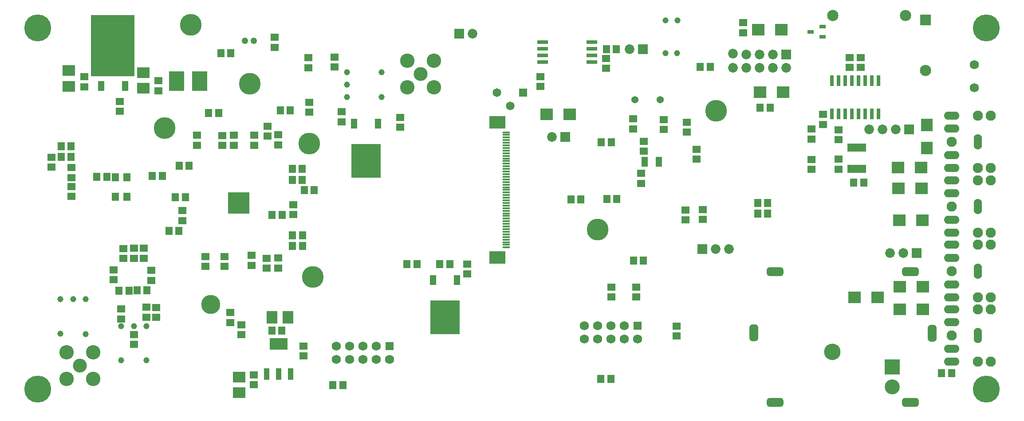
<source format=gbs>
G04*
G04 #@! TF.GenerationSoftware,Altium Limited,Altium Designer,21.5.1 (32)*
G04*
G04 Layer_Color=16711935*
%FSLAX25Y25*%
%MOIN*%
G70*
G04*
G04 #@! TF.SameCoordinates,54AFFEB1-3E94-4089-A03D-164D74B6EA14*
G04*
G04*
G04 #@! TF.FilePolarity,Negative*
G04*
G01*
G75*
%ADD19R,0.09252X0.08465*%
%ADD21R,0.05709X0.06496*%
%ADD24R,0.13976X0.06102*%
%ADD25R,0.06496X0.05709*%
%ADD27R,0.02953X0.08465*%
%ADD31R,0.08465X0.09252*%
%ADD48R,0.09252X0.09055*%
%ADD62R,0.13386X0.09055*%
%ADD63R,0.04331X0.09055*%
%ADD71C,0.07284*%
%ADD72R,0.07284X0.07284*%
G04:AMPARAMS|DCode=73|XSize=124.02mil|YSize=64.96mil|CornerRadius=17.72mil|HoleSize=0mil|Usage=FLASHONLY|Rotation=0.000|XOffset=0mil|YOffset=0mil|HoleType=Round|Shape=RoundedRectangle|*
%AMROUNDEDRECTD73*
21,1,0.12402,0.02953,0,0,0.0*
21,1,0.08858,0.06496,0,0,0.0*
1,1,0.03543,0.04429,-0.01476*
1,1,0.03543,-0.04429,-0.01476*
1,1,0.03543,-0.04429,0.01476*
1,1,0.03543,0.04429,0.01476*
%
%ADD73ROUNDEDRECTD73*%
G04:AMPARAMS|DCode=74|XSize=124.02mil|YSize=64.96mil|CornerRadius=17.72mil|HoleSize=0mil|Usage=FLASHONLY|Rotation=90.000|XOffset=0mil|YOffset=0mil|HoleType=Round|Shape=RoundedRectangle|*
%AMROUNDEDRECTD74*
21,1,0.12402,0.02953,0,0,90.0*
21,1,0.08858,0.06496,0,0,90.0*
1,1,0.03543,0.01476,0.04429*
1,1,0.03543,0.01476,-0.04429*
1,1,0.03543,-0.01476,-0.04429*
1,1,0.03543,-0.01476,0.04429*
%
%ADD74ROUNDEDRECTD74*%
%ADD75R,0.11221X0.11221*%
%ADD76C,0.04921*%
%ADD77C,0.06496*%
%ADD78R,0.06496X0.06496*%
%ADD79R,0.08465X0.08465*%
%ADD80C,0.08465*%
%ADD81C,0.11221*%
%ADD82R,0.16339X0.16339*%
%ADD83C,0.05391*%
%ADD84C,0.06890*%
%ADD85C,0.07677*%
%ADD86O,0.11614X0.06102*%
%ADD87O,0.06102X0.11614*%
%ADD88R,0.06496X0.06496*%
%ADD89C,0.10433*%
%ADD90C,0.10827*%
%ADD91C,0.04528*%
%ADD93C,0.12402*%
%ADD94C,0.16339*%
%ADD95C,0.14370*%
%ADD96C,0.20276*%
%ADD214R,0.11221X0.14764*%
%ADD215R,0.04921X0.07284*%
%ADD216R,0.12402X0.09252*%
%ADD217R,0.05709X0.01772*%
%ADD218R,0.04528X0.07480*%
%ADD219R,0.22441X0.25591*%
%ADD220R,0.04724X0.03150*%
%ADD221R,0.08465X0.02953*%
%ADD222R,0.05315X0.06496*%
%ADD223R,0.09055X0.09252*%
%ADD224R,0.32579X0.45866*%
D19*
X-645276Y-61024D02*
D03*
Y-49213D02*
D03*
X-701200Y-59455D02*
D03*
Y-47644D02*
D03*
X-573130Y-278150D02*
D03*
Y-289961D02*
D03*
D21*
X-176084Y-155118D02*
D03*
X-183564D02*
D03*
X-176084Y-147146D02*
D03*
X-183564D02*
D03*
X-45472Y-275394D02*
D03*
X-37992D02*
D03*
X-422440Y-193405D02*
D03*
X-414960D02*
D03*
X-596063Y-79528D02*
D03*
X-588583D02*
D03*
X-226772Y-44882D02*
D03*
X-219291D02*
D03*
X-541143Y-243307D02*
D03*
X-548623D02*
D03*
X-680117Y-127559D02*
D03*
X-672637D02*
D03*
X-706890Y-112599D02*
D03*
X-699409D02*
D03*
X-706889Y-104725D02*
D03*
X-699408D02*
D03*
X-174311Y-75591D02*
D03*
X-181791D02*
D03*
X-579527Y-34646D02*
D03*
X-587007D02*
D03*
X-542322Y-77559D02*
D03*
X-534841D02*
D03*
X-289467Y-144193D02*
D03*
X-296948D02*
D03*
X-656004Y-213091D02*
D03*
X-663484D02*
D03*
X-293701Y-101575D02*
D03*
X-301181D02*
D03*
X-269487Y-190453D02*
D03*
X-276967D02*
D03*
X-524311Y-137697D02*
D03*
X-516831D02*
D03*
X-540945Y-156102D02*
D03*
X-548425D02*
D03*
X-525885Y-129823D02*
D03*
X-533365D02*
D03*
X-495297Y-284327D02*
D03*
X-502777D02*
D03*
X-650001Y-212992D02*
D03*
X-642521D02*
D03*
X-625887Y-168110D02*
D03*
X-618407D02*
D03*
X-638387Y-126969D02*
D03*
X-630907D02*
D03*
X-104034Y-131791D02*
D03*
X-111515D02*
D03*
X-289784Y-31476D02*
D03*
X-297264D02*
D03*
X-316537Y-144488D02*
D03*
X-324018D02*
D03*
X-525885Y-121752D02*
D03*
X-533365D02*
D03*
X-525688Y-171555D02*
D03*
X-533168D02*
D03*
X-525688Y-179528D02*
D03*
X-533168D02*
D03*
X-618308Y-119390D02*
D03*
X-610828D02*
D03*
X-613681Y-142913D02*
D03*
X-621162D02*
D03*
X-447147Y-193405D02*
D03*
X-439667D02*
D03*
X-293898Y-279528D02*
D03*
X-301378D02*
D03*
D24*
X-109252Y-105512D02*
D03*
Y-121653D02*
D03*
D25*
X-269193Y-100789D02*
D03*
Y-108269D02*
D03*
X-652362Y-253641D02*
D03*
X-661811Y-226969D02*
D03*
Y-234449D02*
D03*
X-652362Y-246160D02*
D03*
X-643012Y-233168D02*
D03*
Y-225688D02*
D03*
X-635433Y-225886D02*
D03*
Y-233366D02*
D03*
X-633858Y-62794D02*
D03*
Y-55314D02*
D03*
X-543898Y-96064D02*
D03*
Y-103544D02*
D03*
X-452067Y-82874D02*
D03*
Y-90354D02*
D03*
X-143110Y-99114D02*
D03*
Y-91634D02*
D03*
X-143110Y-114470D02*
D03*
Y-121950D02*
D03*
X-579725Y-237205D02*
D03*
Y-229724D02*
D03*
X-571654Y-246259D02*
D03*
Y-238778D02*
D03*
X-562205Y-284054D02*
D03*
Y-276574D02*
D03*
X-699213Y-142322D02*
D03*
Y-134841D02*
D03*
Y-128150D02*
D03*
Y-120669D02*
D03*
X-714173Y-120274D02*
D03*
Y-112794D02*
D03*
X-194688Y-11617D02*
D03*
Y-19098D02*
D03*
X-501384Y-37607D02*
D03*
Y-45088D02*
D03*
X-521260Y-37993D02*
D03*
Y-45474D02*
D03*
X-520472Y-71458D02*
D03*
Y-78938D02*
D03*
X-546457Y-30117D02*
D03*
Y-22637D02*
D03*
X-689583Y-52362D02*
D03*
Y-59843D02*
D03*
X-662976Y-78328D02*
D03*
Y-70848D02*
D03*
X-401968Y-193109D02*
D03*
Y-200589D02*
D03*
X-496260Y-78739D02*
D03*
Y-86219D02*
D03*
X-660236Y-188978D02*
D03*
Y-181497D02*
D03*
X-114567Y-37794D02*
D03*
Y-45274D02*
D03*
X-134646Y-88092D02*
D03*
Y-80611D02*
D03*
X-297657Y-38563D02*
D03*
Y-46043D02*
D03*
X-237894Y-152459D02*
D03*
Y-159940D02*
D03*
X-225000Y-152263D02*
D03*
Y-159743D02*
D03*
X-346949Y-52165D02*
D03*
Y-59646D02*
D03*
X-274803Y-210433D02*
D03*
Y-217913D02*
D03*
X-561713Y-96357D02*
D03*
Y-103837D02*
D03*
X-585827Y-96456D02*
D03*
Y-103936D02*
D03*
X-598425Y-195080D02*
D03*
Y-187600D02*
D03*
X-652165Y-188780D02*
D03*
Y-181299D02*
D03*
X-644846Y-188784D02*
D03*
Y-181304D02*
D03*
X-254232Y-84448D02*
D03*
Y-91928D02*
D03*
X-236811Y-93997D02*
D03*
Y-86517D02*
D03*
X-244488Y-247244D02*
D03*
Y-239764D02*
D03*
X-293701Y-217913D02*
D03*
Y-210433D02*
D03*
X-532480Y-156004D02*
D03*
Y-148524D02*
D03*
X-524847Y-262281D02*
D03*
Y-254801D02*
D03*
X-615748Y-160434D02*
D03*
Y-152954D02*
D03*
X-106299Y-37794D02*
D03*
Y-45274D02*
D03*
X-122835Y-99606D02*
D03*
Y-92126D02*
D03*
X-271063Y-125000D02*
D03*
Y-132480D02*
D03*
X-551969Y-89467D02*
D03*
Y-96948D02*
D03*
X-543799Y-196163D02*
D03*
Y-188682D02*
D03*
X-552559Y-196261D02*
D03*
Y-188781D02*
D03*
X-577067Y-96357D02*
D03*
Y-103837D02*
D03*
X-563878Y-194194D02*
D03*
Y-186714D02*
D03*
X-584252Y-195080D02*
D03*
Y-187600D02*
D03*
X-604921Y-96357D02*
D03*
Y-103837D02*
D03*
X-122933Y-121852D02*
D03*
Y-114371D02*
D03*
X-229429Y-106791D02*
D03*
Y-114272D02*
D03*
X-277165Y-84054D02*
D03*
Y-91534D02*
D03*
X-639370Y-205512D02*
D03*
Y-198031D02*
D03*
X-667520Y-204921D02*
D03*
Y-197441D02*
D03*
D27*
X-102834Y-55354D02*
D03*
X-107835D02*
D03*
Y-80354D02*
D03*
X-102834D02*
D03*
X-92834Y-55354D02*
D03*
X-97835D02*
D03*
Y-80354D02*
D03*
X-92834D02*
D03*
X-122834Y-55354D02*
D03*
X-127835D02*
D03*
Y-80354D02*
D03*
X-122834D02*
D03*
X-112834Y-55354D02*
D03*
X-117835D02*
D03*
Y-80354D02*
D03*
X-112834D02*
D03*
D31*
X-548432Y-233271D02*
D03*
X-536621D02*
D03*
D48*
X-60630Y-136417D02*
D03*
X-77953D02*
D03*
X-59547Y-210335D02*
D03*
X-76870D02*
D03*
X-181791Y-63878D02*
D03*
X-164469D02*
D03*
X-183169Y-16929D02*
D03*
X-165847D02*
D03*
X-325000Y-80709D02*
D03*
X-342323D02*
D03*
X-60827Y-120669D02*
D03*
X-78150D02*
D03*
X-93405Y-218110D02*
D03*
X-110728D02*
D03*
X-59449Y-227264D02*
D03*
X-76772D02*
D03*
X-59744Y-160236D02*
D03*
X-77067D02*
D03*
D62*
X-543641Y-253150D02*
D03*
D63*
X-552696Y-275984D02*
D03*
X-543641D02*
D03*
X-534586D02*
D03*
D71*
X-215256Y-181988D02*
D03*
X-205256Y-181988D02*
D03*
X-84193Y-184902D02*
D03*
X-74193Y-184902D02*
D03*
X-202205Y-45512D02*
D03*
Y-35012D02*
D03*
X-192205Y-45512D02*
D03*
Y-35512D02*
D03*
X-182205Y-45512D02*
D03*
Y-35512D02*
D03*
X-172205Y-45512D02*
D03*
Y-35512D02*
D03*
X-162205Y-45512D02*
D03*
X-99823Y-91890D02*
D03*
X-79823D02*
D03*
X-89823D02*
D03*
X-397756Y-19823D02*
D03*
X-338071Y-97500D02*
D03*
X-279705Y-31555D02*
D03*
D72*
X-225256Y-181988D02*
D03*
X-407756Y-19823D02*
D03*
X-64193Y-184902D02*
D03*
X-162205Y-35512D02*
D03*
X-69823Y-91890D02*
D03*
X-328071Y-97500D02*
D03*
X-269705Y-31555D02*
D03*
D73*
X-170440Y-198819D02*
D03*
X-68734Y-297342D02*
D03*
Y-198819D02*
D03*
X-170440Y-297244D02*
D03*
D74*
X-52658Y-245128D02*
D03*
X-186516Y-245079D02*
D03*
D75*
X-82579Y-270650D02*
D03*
D76*
X-562169Y-25102D02*
D03*
X-568861D02*
D03*
D77*
X-379528Y-64350D02*
D03*
X-369685Y-74193D02*
D03*
D78*
X-359843Y-64350D02*
D03*
D79*
X-57680Y-9465D02*
D03*
D80*
Y-47457D02*
D03*
X-72540Y-6398D02*
D03*
X-127067D02*
D03*
D81*
X-82579Y-285650D02*
D03*
D82*
X-573622Y-147350D02*
D03*
D83*
X-276035Y-69488D02*
D03*
X-257035D02*
D03*
D84*
X-20866Y-43305D02*
D03*
Y-60628D02*
D03*
X-480320Y-254901D02*
D03*
X-470320D02*
D03*
X-500320Y-264900D02*
D03*
X-490320D02*
D03*
X-480320D02*
D03*
X-470320D02*
D03*
X-460320D02*
D03*
X-490320Y-254901D02*
D03*
X-500320D02*
D03*
X-293819Y-239567D02*
D03*
X-283819D02*
D03*
X-313819Y-249567D02*
D03*
X-303819D02*
D03*
X-293819D02*
D03*
X-283819D02*
D03*
X-273819D02*
D03*
X-303819Y-239567D02*
D03*
X-313819D02*
D03*
D85*
X-18307Y-81496D02*
D03*
X-8465D02*
D03*
X-37992Y-101181D02*
D03*
X-18307Y-120866D02*
D03*
X-8465D02*
D03*
X-18307Y-130118D02*
D03*
X-8465D02*
D03*
X-37992Y-149803D02*
D03*
X-18307Y-169488D02*
D03*
X-8465D02*
D03*
X-18307Y-227165D02*
D03*
X-8465D02*
D03*
X-37992Y-246850D02*
D03*
X-18307Y-266535D02*
D03*
X-8465D02*
D03*
X-18307Y-178740D02*
D03*
X-8465D02*
D03*
X-37992Y-198425D02*
D03*
X-18307Y-218110D02*
D03*
X-8465D02*
D03*
D86*
X-37992Y-81496D02*
D03*
Y-120866D02*
D03*
X-37821Y-111181D02*
D03*
Y-91181D02*
D03*
X-37992Y-130118D02*
D03*
Y-169488D02*
D03*
X-37821Y-159803D02*
D03*
Y-139803D02*
D03*
X-37992Y-227165D02*
D03*
Y-266535D02*
D03*
X-37821Y-256851D02*
D03*
Y-236851D02*
D03*
X-37992Y-178740D02*
D03*
Y-218110D02*
D03*
X-37821Y-208425D02*
D03*
Y-188425D02*
D03*
D87*
X-18307Y-101181D02*
D03*
Y-149803D02*
D03*
Y-246850D02*
D03*
Y-198425D02*
D03*
D88*
X-460320Y-254901D02*
D03*
X-273819Y-239567D02*
D03*
D89*
X-437008Y-50394D02*
D03*
X-692858Y-269548D02*
D03*
D90*
X-427008Y-40394D02*
D03*
Y-60394D02*
D03*
X-447008D02*
D03*
Y-40394D02*
D03*
X-702858Y-259548D02*
D03*
X-682858D02*
D03*
Y-279548D02*
D03*
X-702858D02*
D03*
D91*
X-698032Y-219685D02*
D03*
X-243898Y-9843D02*
D03*
X-252953Y-9941D02*
D03*
X-244181Y-34455D02*
D03*
X-252838D02*
D03*
X-652362Y-239764D02*
D03*
X-642913Y-265748D02*
D03*
X-661811D02*
D03*
X-642913Y-239764D02*
D03*
X-661811D02*
D03*
X-707480Y-245669D02*
D03*
X-688681Y-245768D02*
D03*
X-688583Y-219685D02*
D03*
X-707480D02*
D03*
X-466142Y-48819D02*
D03*
X-492126Y-58268D02*
D03*
X-466142Y-67717D02*
D03*
X-492126Y-48819D02*
D03*
Y-67717D02*
D03*
D93*
X-127422Y-259268D02*
D03*
D94*
X-517913Y-202953D02*
D03*
X-520374Y-102461D02*
D03*
X-303740Y-167224D02*
D03*
X-565158Y-57677D02*
D03*
X-214961Y-77854D02*
D03*
X-629232Y-91043D02*
D03*
X-609547Y-13091D02*
D03*
D95*
X-594685Y-223721D02*
D03*
D96*
X-11811Y-15748D02*
D03*
Y-287402D02*
D03*
X-724409Y-15748D02*
D03*
Y-287402D02*
D03*
D214*
X-602811Y-55709D02*
D03*
X-620311D02*
D03*
D215*
X-257874Y-116142D02*
D03*
X-268504D02*
D03*
D216*
X-379331Y-188189D02*
D03*
X-379095Y-86614D02*
D03*
D217*
X-372441Y-94095D02*
D03*
Y-96063D02*
D03*
Y-98032D02*
D03*
Y-100000D02*
D03*
Y-101969D02*
D03*
Y-103937D02*
D03*
Y-105906D02*
D03*
Y-107874D02*
D03*
Y-109843D02*
D03*
Y-111811D02*
D03*
Y-113780D02*
D03*
Y-115748D02*
D03*
Y-117717D02*
D03*
Y-119685D02*
D03*
Y-121654D02*
D03*
Y-123622D02*
D03*
Y-125591D02*
D03*
Y-127559D02*
D03*
Y-129528D02*
D03*
Y-131496D02*
D03*
Y-133465D02*
D03*
Y-135433D02*
D03*
Y-137402D02*
D03*
Y-139370D02*
D03*
Y-141339D02*
D03*
Y-143307D02*
D03*
Y-145276D02*
D03*
Y-147244D02*
D03*
Y-149213D02*
D03*
Y-151181D02*
D03*
Y-153150D02*
D03*
Y-155118D02*
D03*
Y-157087D02*
D03*
Y-159055D02*
D03*
Y-161024D02*
D03*
Y-162992D02*
D03*
Y-164961D02*
D03*
Y-166929D02*
D03*
Y-168898D02*
D03*
Y-170866D02*
D03*
Y-172835D02*
D03*
Y-174803D02*
D03*
Y-176772D02*
D03*
Y-178740D02*
D03*
Y-180709D02*
D03*
D218*
X-487027Y-87697D02*
D03*
X-469034D02*
D03*
X-409646Y-205315D02*
D03*
X-427638D02*
D03*
X-677008Y-59252D02*
D03*
X-659016D02*
D03*
D219*
X-478031Y-115650D02*
D03*
X-418642Y-233268D02*
D03*
X-668012Y-31299D02*
D03*
D220*
X-143985Y-18463D02*
D03*
X-134930Y-22203D02*
D03*
Y-14723D02*
D03*
D221*
X-308268Y-41339D02*
D03*
Y-36339D02*
D03*
Y-31339D02*
D03*
Y-26339D02*
D03*
X-345276D02*
D03*
Y-31339D02*
D03*
Y-36339D02*
D03*
Y-41339D02*
D03*
D222*
X-657496Y-127772D02*
D03*
Y-142732D02*
D03*
X-666157D02*
D03*
Y-127772D02*
D03*
D223*
X-56693Y-88484D02*
D03*
Y-105807D02*
D03*
D224*
X-668258Y-28937D02*
D03*
M02*

</source>
